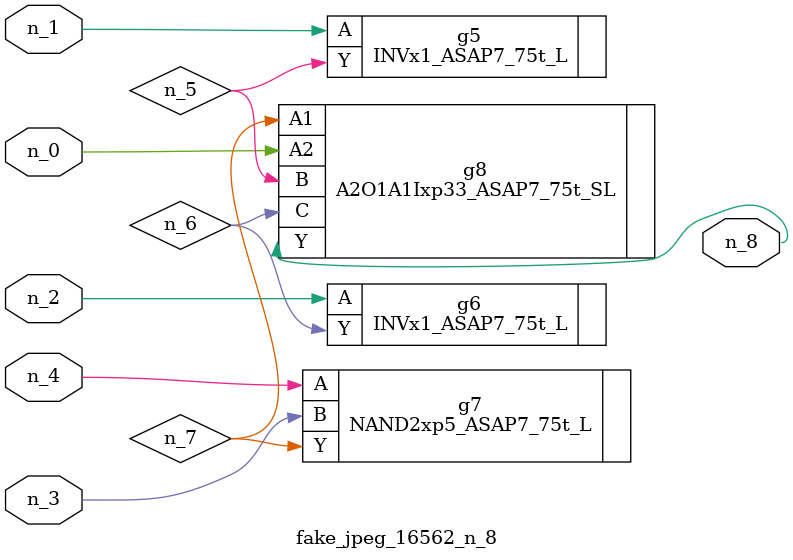
<source format=v>
module fake_jpeg_16562_n_8 (n_3, n_2, n_1, n_0, n_4, n_8);

input n_3;
input n_2;
input n_1;
input n_0;
input n_4;

output n_8;

wire n_6;
wire n_5;
wire n_7;

INVx1_ASAP7_75t_L g5 ( 
.A(n_1),
.Y(n_5)
);

INVx1_ASAP7_75t_L g6 ( 
.A(n_2),
.Y(n_6)
);

NAND2xp5_ASAP7_75t_L g7 ( 
.A(n_4),
.B(n_3),
.Y(n_7)
);

A2O1A1Ixp33_ASAP7_75t_SL g8 ( 
.A1(n_7),
.A2(n_0),
.B(n_5),
.C(n_6),
.Y(n_8)
);


endmodule
</source>
